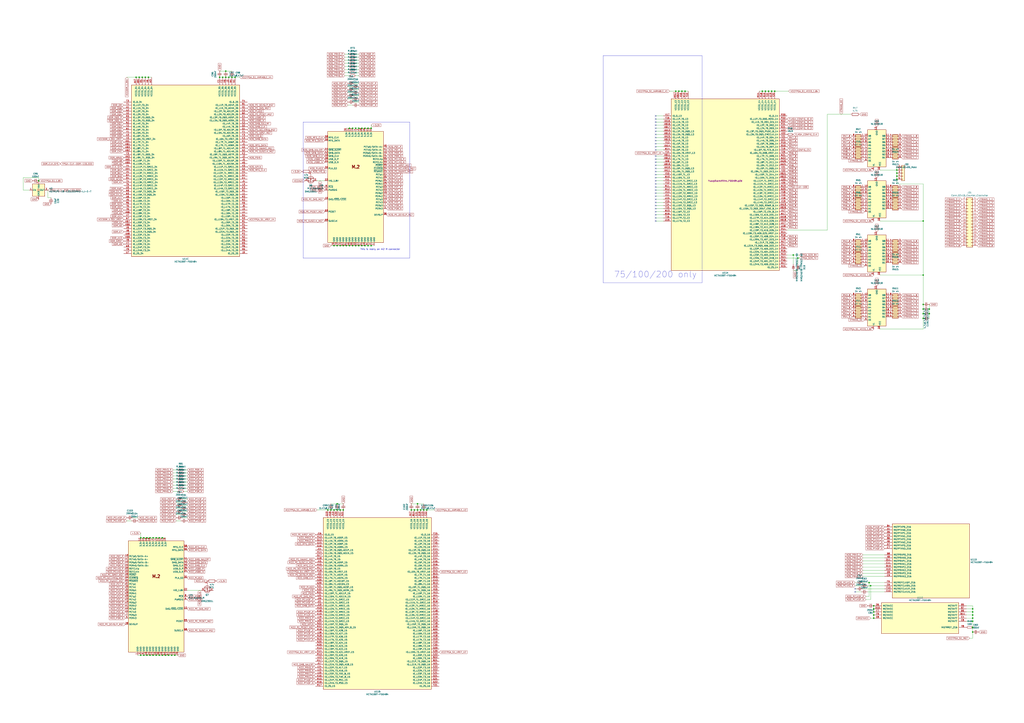
<source format=kicad_sch>
(kicad_sch (version 20200828) (generator eeschema)
  (page 5 8)
  (paper "A1")
  (junction (at 31.75 148.59) (diameter 1.016))
  (junction (at 111.76 63.5) (diameter 1.016))
  (junction (at 114.3 63.5) (diameter 1.016))
  (junction (at 115.57 441.96) (diameter 1.016))
  (junction (at 115.57 538.48) (diameter 1.016))
  (junction (at 116.84 63.5) (diameter 1.016))
  (junction (at 118.11 441.96) (diameter 1.016))
  (junction (at 118.11 538.48) (diameter 1.016))
  (junction (at 119.38 63.5) (diameter 1.016))
  (junction (at 120.65 441.96) (diameter 1.016))
  (junction (at 120.65 538.48) (diameter 1.016))
  (junction (at 121.92 63.5) (diameter 1.016))
  (junction (at 123.19 441.96) (diameter 1.016))
  (junction (at 123.19 538.48) (diameter 1.016))
  (junction (at 125.73 441.96) (diameter 1.016))
  (junction (at 125.73 538.48) (diameter 1.016))
  (junction (at 128.27 441.96) (diameter 1.016))
  (junction (at 128.27 538.48) (diameter 1.016))
  (junction (at 130.81 441.96) (diameter 1.016))
  (junction (at 130.81 538.48) (diameter 1.016))
  (junction (at 133.35 441.96) (diameter 1.016))
  (junction (at 133.35 538.48) (diameter 1.016))
  (junction (at 135.89 538.48) (diameter 1.016))
  (junction (at 138.43 538.48) (diameter 1.016))
  (junction (at 140.97 538.48) (diameter 1.016))
  (junction (at 143.51 538.48) (diameter 1.016))
  (junction (at 180.34 63.5) (diameter 1.016))
  (junction (at 182.88 63.5) (diameter 1.016))
  (junction (at 185.42 58.42) (diameter 1.016))
  (junction (at 185.42 63.5) (diameter 1.016))
  (junction (at 187.96 63.5) (diameter 1.016))
  (junction (at 190.5 63.5) (diameter 1.016))
  (junction (at 193.04 63.5) (diameter 1.016))
  (junction (at 269.24 419.1) (diameter 1.016))
  (junction (at 271.78 419.1) (diameter 1.016))
  (junction (at 274.32 201.93) (diameter 1.016))
  (junction (at 274.32 419.1) (diameter 1.016))
  (junction (at 276.86 201.93) (diameter 1.016))
  (junction (at 276.86 414.02) (diameter 1.016))
  (junction (at 276.86 419.1) (diameter 1.016))
  (junction (at 279.4 201.93) (diameter 1.016))
  (junction (at 279.4 419.1) (diameter 1.016))
  (junction (at 281.94 201.93) (diameter 1.016))
  (junction (at 281.94 419.1) (diameter 1.016))
  (junction (at 284.48 201.93) (diameter 1.016))
  (junction (at 287.02 105.41) (diameter 1.016))
  (junction (at 287.02 201.93) (diameter 1.016))
  (junction (at 289.56 105.41) (diameter 1.016))
  (junction (at 289.56 201.93) (diameter 1.016))
  (junction (at 292.1 105.41) (diameter 1.016))
  (junction (at 292.1 201.93) (diameter 1.016))
  (junction (at 294.64 105.41) (diameter 1.016))
  (junction (at 294.64 201.93) (diameter 1.016))
  (junction (at 297.18 105.41) (diameter 1.016))
  (junction (at 297.18 201.93) (diameter 1.016))
  (junction (at 299.72 105.41) (diameter 1.016))
  (junction (at 299.72 201.93) (diameter 1.016))
  (junction (at 302.26 105.41) (diameter 1.016))
  (junction (at 302.26 201.93) (diameter 1.016))
  (junction (at 304.8 105.41) (diameter 1.016))
  (junction (at 304.8 201.93) (diameter 1.016))
  (junction (at 337.82 419.1) (diameter 1.016))
  (junction (at 340.36 419.1) (diameter 1.016))
  (junction (at 342.9 414.02) (diameter 1.016))
  (junction (at 342.9 419.1) (diameter 1.016))
  (junction (at 345.44 419.1) (diameter 1.016))
  (junction (at 347.98 419.1) (diameter 1.016))
  (junction (at 350.52 419.1) (diameter 1.016))
  (junction (at 554.99 74.93) (diameter 1.016))
  (junction (at 557.53 74.93) (diameter 1.016))
  (junction (at 560.07 74.93) (diameter 1.016))
  (junction (at 562.61 74.93) (diameter 1.016))
  (junction (at 626.11 74.93) (diameter 1.016))
  (junction (at 628.65 74.93) (diameter 1.016))
  (junction (at 631.19 74.93) (diameter 1.016))
  (junction (at 633.73 74.93) (diameter 1.016))
  (junction (at 636.27 74.93) (diameter 1.016))
  (junction (at 651.51 209.55) (diameter 1.016))
  (junction (at 655.32 212.09) (diameter 1.016))
  (junction (at 713.74 478.79) (diameter 1.016))
  (junction (at 715.01 481.33) (diameter 1.016))
  (junction (at 717.55 497.84) (diameter 1.016))
  (junction (at 717.55 500.38) (diameter 1.016))
  (junction (at 717.55 502.92) (diameter 1.016))
  (junction (at 717.55 505.46) (diameter 1.016))
  (junction (at 717.55 508) (diameter 1.016))
  (junction (at 736.6 139.7) (diameter 1.016))
  (junction (at 736.6 142.24) (diameter 1.016))
  (junction (at 736.6 144.78) (diameter 1.016))
  (junction (at 736.6 147.32) (diameter 1.016))
  (junction (at 758.19 181.61) (diameter 1.016))
  (junction (at 758.19 226.06) (diameter 1.016))
  (junction (at 758.19 250.19) (diameter 1.016))
  (junction (at 758.19 254) (diameter 1.016))
  (junction (at 758.19 257.81) (diameter 1.016))
  (junction (at 758.19 261.62) (diameter 1.016))
  (junction (at 763.27 254) (diameter 1.016))
  (junction (at 763.27 257.81) (diameter 1.016))
  (junction (at 798.83 500.38) (diameter 1.016))
  (junction (at 798.83 502.92) (diameter 1.016))
  (junction (at 798.83 505.46) (diameter 1.016))
  (junction (at 798.83 508) (diameter 1.016))
  (junction (at 798.83 510.54) (diameter 1.016))
  (junction (at 798.83 515.62) (diameter 1.016))
  (junction (at 798.83 519.43) (diameter 1.016))
  (no_connect (at 538.48 161.29))
  (no_connect (at 538.48 151.13))
  (no_connect (at 538.48 143.51))
  (no_connect (at 538.48 176.53))
  (no_connect (at 538.48 135.89))
  (no_connect (at 538.48 105.41))
  (no_connect (at 538.48 113.03))
  (no_connect (at 538.48 133.35))
  (no_connect (at 538.48 148.59))
  (no_connect (at 538.48 102.87))
  (no_connect (at 538.48 97.79))
  (no_connect (at 702.31 486.41))
  (no_connect (at 538.48 166.37))
  (no_connect (at 538.48 163.83))
  (no_connect (at 538.48 118.11))
  (no_connect (at 538.48 179.07))
  (no_connect (at 538.48 107.95))
  (no_connect (at 538.48 120.65))
  (no_connect (at 538.48 140.97))
  (no_connect (at 538.48 130.81))
  (no_connect (at 538.48 173.99))
  (no_connect (at 538.48 95.25))
  (no_connect (at 538.48 100.33))
  (no_connect (at 538.48 123.19))
  (no_connect (at 702.31 483.87))
  (no_connect (at 538.48 171.45))
  (no_connect (at 538.48 110.49))
  (no_connect (at 538.48 168.91))
  (no_connect (at 538.48 158.75))
  (no_connect (at 538.48 138.43))
  (no_connect (at 538.48 181.61))
  (no_connect (at 538.48 146.05))
  (no_connect (at 538.48 153.67))
  (no_connect (at 538.48 115.57))
  (no_connect (at 538.48 156.21))
  (no_connect (at 538.48 128.27))
  (wire (pts (xy 19.05 146.05) (xy 31.75 146.05)))
  (wire (pts (xy 19.05 156.21) (xy 19.05 146.05)))
  (wire (pts (xy 24.13 156.21) (xy 19.05 156.21)))
  (wire (pts (xy 31.75 146.05) (xy 31.75 148.59)))
  (wire (pts (xy 39.37 156.21) (xy 39.37 162.56)))
  (wire (pts (xy 39.37 162.56) (xy 41.91 162.56)))
  (wire (pts (xy 104.14 63.5) (xy 111.76 63.5)))
  (wire (pts (xy 104.14 427.99) (xy 107.95 427.99)))
  (wire (pts (xy 109.22 425.45) (xy 113.03 425.45)))
  (wire (pts (xy 111.76 63.5) (xy 114.3 63.5)))
  (wire (pts (xy 114.3 63.5) (xy 116.84 63.5)))
  (wire (pts (xy 115.57 438.15) (xy 115.57 441.96)))
  (wire (pts (xy 115.57 538.48) (xy 113.03 538.48)))
  (wire (pts (xy 116.84 63.5) (xy 119.38 63.5)))
  (wire (pts (xy 118.11 441.96) (xy 115.57 441.96)))
  (wire (pts (xy 118.11 538.48) (xy 115.57 538.48)))
  (wire (pts (xy 119.38 63.5) (xy 121.92 63.5)))
  (wire (pts (xy 120.65 441.96) (xy 118.11 441.96)))
  (wire (pts (xy 120.65 538.48) (xy 118.11 538.48)))
  (wire (pts (xy 121.92 63.5) (xy 124.46 63.5)))
  (wire (pts (xy 123.19 441.96) (xy 120.65 441.96)))
  (wire (pts (xy 123.19 538.48) (xy 120.65 538.48)))
  (wire (pts (xy 125.73 441.96) (xy 123.19 441.96)))
  (wire (pts (xy 125.73 538.48) (xy 123.19 538.48)))
  (wire (pts (xy 128.27 441.96) (xy 125.73 441.96)))
  (wire (pts (xy 128.27 538.48) (xy 125.73 538.48)))
  (wire (pts (xy 130.81 441.96) (xy 128.27 441.96)))
  (wire (pts (xy 130.81 538.48) (xy 128.27 538.48)))
  (wire (pts (xy 133.35 441.96) (xy 130.81 441.96)))
  (wire (pts (xy 133.35 538.48) (xy 130.81 538.48)))
  (wire (pts (xy 135.89 441.96) (xy 133.35 441.96)))
  (wire (pts (xy 135.89 538.48) (xy 133.35 538.48)))
  (wire (pts (xy 138.43 538.48) (xy 135.89 538.48)))
  (wire (pts (xy 140.97 538.48) (xy 138.43 538.48)))
  (wire (pts (xy 142.24 386.08) (xy 146.05 386.08)))
  (wire (pts (xy 142.24 388.62) (xy 146.05 388.62)))
  (wire (pts (xy 142.24 391.16) (xy 146.05 391.16)))
  (wire (pts (xy 142.24 393.7) (xy 146.05 393.7)))
  (wire (pts (xy 142.24 396.24) (xy 146.05 396.24)))
  (wire (pts (xy 142.24 398.78) (xy 146.05 398.78)))
  (wire (pts (xy 142.24 401.32) (xy 146.05 401.32)))
  (wire (pts (xy 142.24 403.86) (xy 146.05 403.86)))
  (wire (pts (xy 143.51 538.48) (xy 140.97 538.48)))
  (wire (pts (xy 144.78 412.75) (xy 148.59 412.75)))
  (wire (pts (xy 144.78 417.83) (xy 148.59 417.83)))
  (wire (pts (xy 144.78 422.91) (xy 148.59 422.91)))
  (wire (pts (xy 144.78 427.99) (xy 148.59 427.99)))
  (wire (pts (xy 146.05 538.48) (xy 143.51 538.48)))
  (wire (pts (xy 149.86 410.21) (xy 153.67 410.21)))
  (wire (pts (xy 149.86 415.29) (xy 153.67 415.29)))
  (wire (pts (xy 149.86 420.37) (xy 153.67 420.37)))
  (wire (pts (xy 149.86 425.45) (xy 153.67 425.45)))
  (wire (pts (xy 151.13 386.08) (xy 153.67 386.08)))
  (wire (pts (xy 151.13 388.62) (xy 153.67 388.62)))
  (wire (pts (xy 151.13 391.16) (xy 153.67 391.16)))
  (wire (pts (xy 151.13 393.7) (xy 153.67 393.7)))
  (wire (pts (xy 151.13 396.24) (xy 153.67 396.24)))
  (wire (pts (xy 151.13 398.78) (xy 153.67 398.78)))
  (wire (pts (xy 151.13 401.32) (xy 153.67 401.32)))
  (wire (pts (xy 151.13 403.86) (xy 153.67 403.86)))
  (wire (pts (xy 153.67 485.14) (xy 165.1 485.14)))
  (wire (pts (xy 180.34 58.42) (xy 185.42 58.42)))
  (wire (pts (xy 180.34 63.5) (xy 182.88 63.5)))
  (wire (pts (xy 182.88 63.5) (xy 185.42 63.5)))
  (wire (pts (xy 185.42 58.42) (xy 190.5 58.42)))
  (wire (pts (xy 185.42 63.5) (xy 187.96 63.5)))
  (wire (pts (xy 187.96 63.5) (xy 190.5 63.5)))
  (wire (pts (xy 190.5 63.5) (xy 193.04 63.5)))
  (wire (pts (xy 193.04 63.5) (xy 196.85 63.5)))
  (wire (pts (xy 260.35 148.59) (xy 266.7 148.59)))
  (wire (pts (xy 260.35 419.1) (xy 269.24 419.1)))
  (wire (pts (xy 269.24 419.1) (xy 271.78 419.1)))
  (wire (pts (xy 271.78 419.1) (xy 274.32 419.1)))
  (wire (pts (xy 274.32 201.93) (xy 271.78 201.93)))
  (wire (pts (xy 274.32 419.1) (xy 276.86 419.1)))
  (wire (pts (xy 276.86 201.93) (xy 274.32 201.93)))
  (wire (pts (xy 276.86 414.02) (xy 271.78 414.02)))
  (wire (pts (xy 276.86 419.1) (xy 279.4 419.1)))
  (wire (pts (xy 279.4 201.93) (xy 276.86 201.93)))
  (wire (pts (xy 279.4 419.1) (xy 281.94 419.1)))
  (wire (pts (xy 281.94 201.93) (xy 279.4 201.93)))
  (wire (pts (xy 281.94 414.02) (xy 276.86 414.02)))
  (wire (pts (xy 283.21 44.45) (xy 287.02 44.45)))
  (wire (pts (xy 283.21 46.99) (xy 287.02 46.99)))
  (wire (pts (xy 283.21 49.53) (xy 287.02 49.53)))
  (wire (pts (xy 283.21 52.07) (xy 287.02 52.07)))
  (wire (pts (xy 283.21 54.61) (xy 287.02 54.61)))
  (wire (pts (xy 283.21 57.15) (xy 287.02 57.15)))
  (wire (pts (xy 283.21 59.69) (xy 287.02 59.69)))
  (wire (pts (xy 283.21 62.23) (xy 287.02 62.23)))
  (wire (pts (xy 284.48 201.93) (xy 281.94 201.93)))
  (wire (pts (xy 285.75 71.12) (xy 289.56 71.12)))
  (wire (pts (xy 285.75 76.2) (xy 289.56 76.2)))
  (wire (pts (xy 285.75 81.28) (xy 289.56 81.28)))
  (wire (pts (xy 285.75 86.36) (xy 289.56 86.36)))
  (wire (pts (xy 287.02 105.41) (xy 284.48 105.41)))
  (wire (pts (xy 287.02 201.93) (xy 284.48 201.93)))
  (wire (pts (xy 289.56 105.41) (xy 287.02 105.41)))
  (wire (pts (xy 289.56 201.93) (xy 287.02 201.93)))
  (wire (pts (xy 290.83 68.58) (xy 294.64 68.58)))
  (wire (pts (xy 290.83 73.66) (xy 294.64 73.66)))
  (wire (pts (xy 290.83 78.74) (xy 294.64 78.74)))
  (wire (pts (xy 290.83 83.82) (xy 294.64 83.82)))
  (wire (pts (xy 292.1 44.45) (xy 294.64 44.45)))
  (wire (pts (xy 292.1 46.99) (xy 294.64 46.99)))
  (wire (pts (xy 292.1 49.53) (xy 294.64 49.53)))
  (wire (pts (xy 292.1 52.07) (xy 294.64 52.07)))
  (wire (pts (xy 292.1 54.61) (xy 294.64 54.61)))
  (wire (pts (xy 292.1 57.15) (xy 294.64 57.15)))
  (wire (pts (xy 292.1 59.69) (xy 294.64 59.69)))
  (wire (pts (xy 292.1 62.23) (xy 294.64 62.23)))
  (wire (pts (xy 292.1 105.41) (xy 289.56 105.41)))
  (wire (pts (xy 292.1 201.93) (xy 289.56 201.93)))
  (wire (pts (xy 294.64 105.41) (xy 292.1 105.41)))
  (wire (pts (xy 294.64 201.93) (xy 292.1 201.93)))
  (wire (pts (xy 297.18 105.41) (xy 294.64 105.41)))
  (wire (pts (xy 297.18 201.93) (xy 294.64 201.93)))
  (wire (pts (xy 299.72 105.41) (xy 297.18 105.41)))
  (wire (pts (xy 299.72 201.93) (xy 297.18 201.93)))
  (wire (pts (xy 302.26 105.41) (xy 299.72 105.41)))
  (wire (pts (xy 302.26 201.93) (xy 299.72 201.93)))
  (wire (pts (xy 304.8 102.87) (xy 304.8 105.41)))
  (wire (pts (xy 304.8 105.41) (xy 302.26 105.41)))
  (wire (pts (xy 304.8 201.93) (xy 302.26 201.93)))
  (wire (pts (xy 307.34 201.93) (xy 304.8 201.93)))
  (wire (pts (xy 337.82 414.02) (xy 342.9 414.02)))
  (wire (pts (xy 337.82 419.1) (xy 340.36 419.1)))
  (wire (pts (xy 340.36 419.1) (xy 342.9 419.1)))
  (wire (pts (xy 342.9 414.02) (xy 347.98 414.02)))
  (wire (pts (xy 342.9 419.1) (xy 345.44 419.1)))
  (wire (pts (xy 345.44 419.1) (xy 347.98 419.1)))
  (wire (pts (xy 347.98 419.1) (xy 350.52 419.1)))
  (wire (pts (xy 350.52 419.1) (xy 356.87 419.1)))
  (wire (pts (xy 538.48 95.25) (xy 544.83 95.25)))
  (wire (pts (xy 538.48 97.79) (xy 544.83 97.79)))
  (wire (pts (xy 538.48 100.33) (xy 544.83 100.33)))
  (wire (pts (xy 538.48 102.87) (xy 544.83 102.87)))
  (wire (pts (xy 538.48 105.41) (xy 544.83 105.41)))
  (wire (pts (xy 538.48 107.95) (xy 544.83 107.95)))
  (wire (pts (xy 538.48 110.49) (xy 544.83 110.49)))
  (wire (pts (xy 538.48 113.03) (xy 544.83 113.03)))
  (wire (pts (xy 538.48 115.57) (xy 544.83 115.57)))
  (wire (pts (xy 538.48 118.11) (xy 544.83 118.11)))
  (wire (pts (xy 538.48 120.65) (xy 544.83 120.65)))
  (wire (pts (xy 538.48 123.19) (xy 544.83 123.19)))
  (wire (pts (xy 538.48 128.27) (xy 544.83 128.27)))
  (wire (pts (xy 538.48 130.81) (xy 544.83 130.81)))
  (wire (pts (xy 538.48 133.35) (xy 544.83 133.35)))
  (wire (pts (xy 538.48 135.89) (xy 544.83 135.89)))
  (wire (pts (xy 538.48 138.43) (xy 544.83 138.43)))
  (wire (pts (xy 538.48 140.97) (xy 544.83 140.97)))
  (wire (pts (xy 538.48 143.51) (xy 544.83 143.51)))
  (wire (pts (xy 538.48 146.05) (xy 544.83 146.05)))
  (wire (pts (xy 538.48 148.59) (xy 544.83 148.59)))
  (wire (pts (xy 538.48 151.13) (xy 544.83 151.13)))
  (wire (pts (xy 538.48 153.67) (xy 544.83 153.67)))
  (wire (pts (xy 538.48 156.21) (xy 544.83 156.21)))
  (wire (pts (xy 538.48 158.75) (xy 544.83 158.75)))
  (wire (pts (xy 538.48 161.29) (xy 544.83 161.29)))
  (wire (pts (xy 538.48 163.83) (xy 544.83 163.83)))
  (wire (pts (xy 538.48 166.37) (xy 544.83 166.37)))
  (wire (pts (xy 538.48 168.91) (xy 544.83 168.91)))
  (wire (pts (xy 538.48 171.45) (xy 544.83 171.45)))
  (wire (pts (xy 538.48 173.99) (xy 544.83 173.99)))
  (wire (pts (xy 538.48 176.53) (xy 544.83 176.53)))
  (wire (pts (xy 538.48 179.07) (xy 544.83 179.07)))
  (wire (pts (xy 538.48 181.61) (xy 544.83 181.61)))
  (wire (pts (xy 549.91 74.93) (xy 554.99 74.93)))
  (wire (pts (xy 554.99 74.93) (xy 557.53 74.93)))
  (wire (pts (xy 557.53 74.93) (xy 560.07 74.93)))
  (wire (pts (xy 560.07 74.93) (xy 562.61 74.93)))
  (wire (pts (xy 562.61 74.93) (xy 565.15 74.93)))
  (wire (pts (xy 623.57 74.93) (xy 626.11 74.93)))
  (wire (pts (xy 626.11 74.93) (xy 628.65 74.93)))
  (wire (pts (xy 628.65 74.93) (xy 631.19 74.93)))
  (wire (pts (xy 631.19 74.93) (xy 633.73 74.93)))
  (wire (pts (xy 633.73 74.93) (xy 636.27 74.93)))
  (wire (pts (xy 636.27 74.93) (xy 647.7 74.93)))
  (wire (pts (xy 646.43 209.55) (xy 651.51 209.55)))
  (wire (pts (xy 646.43 212.09) (xy 655.32 212.09)))
  (wire (pts (xy 651.51 209.55) (xy 656.59 209.55)))
  (wire (pts (xy 651.51 217.17) (xy 651.51 209.55)))
  (wire (pts (xy 651.51 222.25) (xy 655.32 222.25)))
  (wire (pts (xy 655.32 212.09) (xy 655.32 217.17)))
  (wire (pts (xy 655.32 212.09) (xy 656.59 212.09)))
  (wire (pts (xy 679.45 93.98) (xy 679.45 189.23)))
  (wire (pts (xy 679.45 93.98) (xy 698.5 93.98)))
  (wire (pts (xy 679.45 189.23) (xy 646.43 189.23)))
  (wire (pts (xy 702.31 478.79) (xy 703.58 478.79)))
  (wire (pts (xy 702.31 481.33) (xy 707.39 481.33)))
  (wire (pts (xy 702.31 483.87) (xy 703.58 483.87)))
  (wire (pts (xy 702.31 486.41) (xy 707.39 486.41)))
  (wire (pts (xy 708.66 455.93) (xy 726.44 455.93)))
  (wire (pts (xy 708.66 458.47) (xy 726.44 458.47)))
  (wire (pts (xy 708.66 461.01) (xy 726.44 461.01)))
  (wire (pts (xy 708.66 463.55) (xy 726.44 463.55)))
  (wire (pts (xy 708.66 466.09) (xy 726.44 466.09)))
  (wire (pts (xy 708.66 468.63) (xy 726.44 468.63)))
  (wire (pts (xy 708.66 471.17) (xy 726.44 471.17)))
  (wire (pts (xy 708.66 473.71) (xy 726.44 473.71)))
  (wire (pts (xy 708.66 478.79) (xy 713.74 478.79)))
  (wire (pts (xy 708.66 483.87) (xy 726.44 483.87)))
  (wire (pts (xy 711.2 490.22) (xy 713.74 490.22)))
  (wire (pts (xy 711.2 492.76) (xy 715.01 492.76)))
  (wire (pts (xy 712.47 481.33) (xy 715.01 481.33)))
  (wire (pts (xy 712.47 486.41) (xy 726.44 486.41)))
  (wire (pts (xy 713.74 478.79) (xy 726.44 478.79)))
  (wire (pts (xy 713.74 490.22) (xy 713.74 478.79)))
  (wire (pts (xy 715.01 481.33) (xy 715.01 492.76)))
  (wire (pts (xy 715.01 481.33) (xy 726.44 481.33)))
  (wire (pts (xy 715.01 508) (xy 717.55 508)))
  (wire (pts (xy 717.55 497.84) (xy 717.55 500.38)))
  (wire (pts (xy 717.55 500.38) (xy 717.55 502.92)))
  (wire (pts (xy 717.55 502.92) (xy 717.55 505.46)))
  (wire (pts (xy 717.55 505.46) (xy 717.55 508)))
  (wire (pts (xy 722.63 226.06) (xy 758.19 226.06)))
  (wire (pts (xy 722.63 270.51) (xy 758.19 270.51)))
  (wire (pts (xy 736.6 137.16) (xy 736.6 139.7)))
  (wire (pts (xy 736.6 139.7) (xy 722.63 139.7)))
  (wire (pts (xy 736.6 139.7) (xy 736.6 142.24)))
  (wire (pts (xy 736.6 142.24) (xy 736.6 144.78)))
  (wire (pts (xy 736.6 144.78) (xy 736.6 147.32)))
  (wire (pts (xy 736.6 151.13) (xy 736.6 147.32)))
  (wire (pts (xy 758.19 151.13) (xy 736.6 151.13)))
  (wire (pts (xy 758.19 181.61) (xy 722.63 181.61)))
  (wire (pts (xy 758.19 181.61) (xy 758.19 151.13)))
  (wire (pts (xy 758.19 181.61) (xy 758.19 226.06)))
  (wire (pts (xy 758.19 250.19) (xy 758.19 226.06)))
  (wire (pts (xy 758.19 254) (xy 758.19 250.19)))
  (wire (pts (xy 758.19 257.81) (xy 758.19 254)))
  (wire (pts (xy 758.19 261.62) (xy 758.19 257.81)))
  (wire (pts (xy 758.19 270.51) (xy 758.19 261.62)))
  (wire (pts (xy 763.27 250.19) (xy 763.27 254)))
  (wire (pts (xy 763.27 254) (xy 763.27 257.81)))
  (wire (pts (xy 763.27 257.81) (xy 763.27 261.62)))
  (wire (pts (xy 793.75 500.38) (xy 798.83 500.38)))
  (wire (pts (xy 793.75 502.92) (xy 798.83 502.92)))
  (wire (pts (xy 793.75 505.46) (xy 798.83 505.46)))
  (wire (pts (xy 793.75 508) (xy 798.83 508)))
  (wire (pts (xy 793.75 510.54) (xy 798.83 510.54)))
  (wire (pts (xy 796.29 524.51) (xy 798.83 524.51)))
  (wire (pts (xy 798.83 497.84) (xy 793.75 497.84)))
  (wire (pts (xy 798.83 500.38) (xy 798.83 497.84)))
  (wire (pts (xy 798.83 502.92) (xy 798.83 500.38)))
  (wire (pts (xy 798.83 505.46) (xy 798.83 502.92)))
  (wire (pts (xy 798.83 508) (xy 798.83 505.46)))
  (wire (pts (xy 798.83 510.54) (xy 798.83 508)))
  (wire (pts (xy 798.83 515.62) (xy 798.83 510.54)))
  (wire (pts (xy 798.83 519.43) (xy 798.83 515.62)))
  (wire (pts (xy 798.83 524.51) (xy 798.83 519.43)))
  (polyline (pts (xy 248.92 100.33) (xy 336.55 100.33)) (stroke (width 0) (type solid)))
  (polyline (pts (xy 248.92 212.09) (xy 248.92 100.33)) (stroke (width 0) (type solid)))
  (polyline (pts (xy 336.55 100.33) (xy 336.55 212.09)) (stroke (width 0) (type solid)))
  (polyline (pts (xy 336.55 212.09) (xy 248.92 212.09)) (stroke (width 0) (type solid)))
  (polyline (pts (xy 495.3 45.72) (xy 576.58 45.72)) (stroke (width 0) (type solid)))
  (polyline (pts (xy 495.3 232.41) (xy 495.3 45.72)) (stroke (width 0) (type solid)))
  (polyline (pts (xy 576.58 45.72) (xy 576.58 232.41)) (stroke (width 0) (type solid)))
  (polyline (pts (xy 576.58 232.41) (xy 495.3 232.41)) (stroke (width 0) (type solid)))
  (text "This is really an m2 M connecter" (at 295.91 205.74 0) (effects (font (size 1.27 1.27)) (justify left bottom)))
  (text "75/100/200 only" (at 504.19 228.6 0) (effects (font (size 5.0038 5.0038)) (justify left bottom)))
  (global_label "GND" (shape input) (at 26.67 148.59 180))
  (global_label "VCCFPGA_S1_1.8V" (shape input) (at 31.75 148.59 0))
  (global_label "GND" (shape input) (at 31.75 163.83 180))
  (global_label "FPGA-CLK-DDR-133.333" (shape input) (at 39.37 156.21 0))
  (global_label "GND" (shape input) (at 41.91 167.64 180))
  (global_label "DDR_CLK_SYS" (shape input) (at 49.53 134.62 180))
  (global_label "FPGA-CLK-DDR-133.333" (shape input) (at 49.53 134.62 0))
  (global_label "DDR_DM" (shape input) (at 101.6 86.36 180))
  (global_label "DDR_DQ6" (shape input) (at 101.6 88.9 180))
  (global_label "DDR_DQ2" (shape input) (at 101.6 91.44 180))
  (global_label "DDR_DQ4" (shape input) (at 101.6 93.98 180))
  (global_label "DDR_DQS_P" (shape input) (at 101.6 96.52 180))
  (global_label "DDR_DQS_N" (shape input) (at 101.6 99.06 180))
  (global_label "DDR_DQ7" (shape input) (at 101.6 101.6 180))
  (global_label "DDR_DQ3" (shape input) (at 101.6 104.14 180))
  (global_label "DDR_DQ1" (shape input) (at 101.6 106.68 180))
  (global_label "DDR_DQ5" (shape input) (at 101.6 109.22 180))
  (global_label "DDR_DQ0" (shape input) (at 101.6 111.76 180))
  (global_label "VCCDDR_1.35V_VREF" (shape input) (at 101.6 114.3 180))
  (global_label "DDR_A10" (shape input) (at 101.6 116.84 180))
  (global_label "DDR_A15" (shape input) (at 101.6 119.38 180))
  (global_label "DDR_A12" (shape input) (at 101.6 121.92 180))
  (global_label "DDR_CKE" (shape input) (at 101.6 124.46 180))
  (global_label "DDR_NRAS" (shape input) (at 101.6 129.54 180))
  (global_label "DDR_A8" (shape input) (at 101.6 132.08 180))
  (global_label "DDR_A6" (shape input) (at 101.6 134.62 180))
  (global_label "DDR_CLK_SYS" (shape input) (at 101.6 137.16 180))
  (global_label "DDR_BA2" (shape input) (at 101.6 139.7 180))
  (global_label "DDR_BA1" (shape input) (at 101.6 142.24 180))
  (global_label "DDR_BA0" (shape input) (at 101.6 144.78 180))
  (global_label "DDR_NCAS" (shape input) (at 101.6 147.32 180))
  (global_label "DDR_A1" (shape input) (at 101.6 149.86 180))
  (global_label "DDR_NWE" (shape input) (at 101.6 154.94 180))
  (global_label "DDR_CK_P" (shape input) (at 101.6 157.48 180))
  (global_label "DDR_CK_N" (shape input) (at 101.6 160.02 180))
  (global_label "DDR_A11" (shape input) (at 101.6 162.56 180))
  (global_label "DDR_A4" (shape input) (at 101.6 165.1 180))
  (global_label "DDR_NCS" (shape input) (at 101.6 167.64 180))
  (global_label "DDR_ODT" (shape input) (at 101.6 170.18 180))
  (global_label "DDR_A3" (shape input) (at 101.6 172.72 180))
  (global_label "DDR_A5" (shape input) (at 101.6 175.26 180))
  (global_label "DDR_A14" (shape input) (at 101.6 177.8 180))
  (global_label "VCCDDR_1.35V_VREF" (shape input) (at 101.6 180.34 180))
  (global_label "DDR_A2" (shape input) (at 101.6 182.88 180))
  (global_label "DDR_A0" (shape input) (at 101.6 185.42 180))
  (global_label "DDR_A7" (shape input) (at 101.6 190.5 180))
  (global_label "DDR_A13" (shape input) (at 101.6 195.58 180))
  (global_label "DDR_NRST" (shape input) (at 101.6 198.12 180))
  (global_label "DDR_A9" (shape input) (at 101.6 200.66 180))
  (global_label "M22_P0T_P" (shape input) (at 102.87 457.2 180))
  (global_label "M22_P0T_N" (shape input) (at 102.87 459.74 180))
  (global_label "M22_P0R_P" (shape input) (at 102.87 462.28 180))
  (global_label "M22_P0R_N" (shape input) (at 102.87 464.82 180))
  (global_label "M22_PCLK0_P" (shape input) (at 102.87 467.36 180))
  (global_label "M22_PCLK0_N" (shape input) (at 102.87 469.9 180))
  (global_label "M22_PE_NRST_MGT" (shape input) (at 102.87 472.44 180))
  (global_label "M22_PE_NCLKREQ_MGT" (shape input) (at 102.87 474.98 180))
  (global_label "M22_PE_NWAKE_MGT" (shape input) (at 102.87 477.52 180))
  (global_label "M22_P1T_P" (shape input) (at 102.87 480.06 180))
  (global_label "M22_P1T_N" (shape input) (at 102.87 482.6 180))
  (global_label "M22_P1R_P" (shape input) (at 102.87 485.14 180))
  (global_label "M22_P1R_N" (shape input) (at 102.87 487.68 180))
  (global_label "M22_P2T_P" (shape input) (at 102.87 490.22 180))
  (global_label "M22_P2T_N" (shape input) (at 102.87 492.76 180))
  (global_label "M22_P2R_P" (shape input) (at 102.87 495.3 180))
  (global_label "M22_P2R_N" (shape input) (at 102.87 497.84 180))
  (global_label "M22_P3T_P" (shape input) (at 102.87 500.38 180))
  (global_label "M22_P3T_N" (shape input) (at 102.87 502.92 180))
  (global_label "M22_P3R_P" (shape input) (at 102.87 505.46 180))
  (global_label "M22_P3R_N" (shape input) (at 102.87 508 180))
  (global_label "M22_PE_DEVSLP_MGT" (shape input) (at 102.87 513.08 180))
  (global_label "VCCDDR_1.35V" (shape input) (at 104.14 63.5 270))
  (global_label "M22_PCLK0F_P" (shape input) (at 104.14 425.45 180))
  (global_label "M22_PCLK0F_N" (shape input) (at 104.14 427.99 180))
  (global_label "M22_PCLK0_P" (shape input) (at 113.03 425.45 0))
  (global_label "M22_PCLK0_N" (shape input) (at 113.03 427.99 0))
  (global_label "+3.3V" (shape input) (at 115.57 438.15 180))
  (global_label "M22_PRX3_P" (shape input) (at 142.24 386.08 180))
  (global_label "M22_PRX3_N" (shape input) (at 142.24 388.62 180))
  (global_label "M22_PRX2_P" (shape input) (at 142.24 391.16 180))
  (global_label "M22_PRX2_N" (shape input) (at 142.24 393.7 180))
  (global_label "M22_PRX1_P" (shape input) (at 142.24 396.24 180))
  (global_label "M22_PRX1_N" (shape input) (at 142.24 398.78 180))
  (global_label "M22_PRX0_P" (shape input) (at 142.24 401.32 180))
  (global_label "M22_PRX0_N" (shape input) (at 142.24 403.86 180))
  (global_label "M22_P0T_P" (shape input) (at 144.78 410.21 180))
  (global_label "M22_P0T_N" (shape input) (at 144.78 412.75 180))
  (global_label "M22_P1T_P" (shape input) (at 144.78 415.29 180))
  (global_label "M22_P1T_N" (shape input) (at 144.78 417.83 180))
  (global_label "M22_P2T_P" (shape input) (at 144.78 420.37 180))
  (global_label "M22_P2T_N" (shape input) (at 144.78 422.91 180))
  (global_label "M22_P3T_P" (shape input) (at 144.78 425.45 180))
  (global_label "M22_P3T_N" (shape input) (at 144.78 427.99 180))
  (global_label "GND" (shape input) (at 146.05 538.48 0))
  (global_label "M22_P0R_P" (shape input) (at 153.67 386.08 0))
  (global_label "M22_P0R_N" (shape input) (at 153.67 388.62 0))
  (global_label "M22_P1R_P" (shape input) (at 153.67 391.16 0))
  (global_label "M22_P1R_N" (shape input) (at 153.67 393.7 0))
  (global_label "M22_P2R_P" (shape input) (at 153.67 396.24 0))
  (global_label "M22_P2R_N" (shape input) (at 153.67 398.78 0))
  (global_label "M22_P3R_P" (shape input) (at 153.67 401.32 0))
  (global_label "M22_P3R_N" (shape input) (at 153.67 403.86 0))
  (global_label "M22_PTX3F_P" (shape input) (at 153.67 410.21 0))
  (global_label "M22_PTX3F_N" (shape input) (at 153.67 412.75 0))
  (global_label "M22_PTX2F_P" (shape input) (at 153.67 415.29 0))
  (global_label "M22_PTX2F_N" (shape input) (at 153.67 417.83 0))
  (global_label "M22_PTX1F_P" (shape input) (at 153.67 420.37 0))
  (global_label "M22_PTX1F_N" (shape input) (at 153.67 422.91 0))
  (global_label "M22_PTX0F_P" (shape input) (at 153.67 425.45 0))
  (global_label "M22_PTX0F_N" (shape input) (at 153.67 427.99 0))
  (global_label "M22_MFG_CLK" (shape input) (at 153.67 449.58 0))
  (global_label "M22_MFG_DATA" (shape input) (at 153.67 452.12 0))
  (global_label "M22_SMB_NALERT" (shape input) (at 153.67 459.74 0))
  (global_label "M22_SMB_DATA" (shape input) (at 153.67 462.28 0))
  (global_label "M22_SMB_CLK" (shape input) (at 153.67 464.82 0))
  (global_label "M22_USBD_P" (shape input) (at 153.67 467.36 0))
  (global_label "M22_USBD_N" (shape input) (at 153.67 469.9 0))
  (global_label "M22_PLAS3" (shape input) (at 153.67 474.98 0))
  (global_label "M22_PDIS" (shape input) (at 153.67 490.22 0))
  (global_label "M22_NPLN" (shape input) (at 153.67 492.76 0))
  (global_label "M22_PE_DAS_MGT" (shape input) (at 153.67 500.38 0))
  (global_label "M22_PE_PEDET_MGT" (shape input) (at 153.67 510.54 0))
  (global_label "M22_PE_SUSCLK_MGT" (shape input) (at 153.67 518.16 0))
  (global_label "M22_VIO_Q" (shape input) (at 163.83 485.14 270))
  (global_label "M22_VIO" (shape input) (at 170.18 477.52 180))
  (global_label "+3.3V" (shape input) (at 177.8 477.52 0))
  (global_label "GND" (shape input) (at 180.34 58.42 90))
  (global_label "VCCFPGA_S1_VARIABLE_V4" (shape input) (at 196.85 63.5 0))
  (global_label "M20_PE_DEVSLP_MGT" (shape input) (at 203.2 86.36 0))
  (global_label "M20_PE_DAS_MGT" (shape input) (at 203.2 88.9 0))
  (global_label "M20_PLAS3" (shape input) (at 203.2 91.44 0))
  (global_label "M20_PE_PEDET_MGT" (shape input) (at 203.2 93.98 0))
  (global_label "M20_USBD_P" (shape input) (at 203.2 96.52 0))
  (global_label "M20_USBD_N" (shape input) (at 203.2 99.06 0))
  (global_label "M20_SMB_NALERT" (shape input) (at 203.2 101.6 0))
  (global_label "M20_SMB_CLK" (shape input) (at 203.2 104.14 0))
  (global_label "M20_PE_NCLKREQ_MGT" (shape input) (at 203.2 106.68 0))
  (global_label "M20_PE_NRST_MGT" (shape input) (at 203.2 109.22 0))
  (global_label "M20_VIO_Q" (shape input) (at 203.2 111.76 0))
  (global_label "M20_SMB_DATA" (shape input) (at 203.2 114.3 0))
  (global_label "M20_MFG_DATA" (shape input) (at 203.2 119.38 0))
  (global_label "M20_PE_NWAKE_MGT" (shape input) (at 203.2 121.92 0))
  (global_label "M20_PE_SUSCLK_MGT" (shape input) (at 203.2 124.46 0))
  (global_label "M20_PDIS" (shape input) (at 203.2 129.54 0))
  (global_label "M20_NPLN" (shape input) (at 203.2 137.16 0))
  (global_label "M20_MFG_CLK" (shape input) (at 203.2 139.7 0))
  (global_label "VCCFPGA_S1_VREF_V4" (shape input) (at 203.2 180.34 0))
  (global_label "+3.3V" (shape input) (at 247.65 140.97 180))
  (global_label "VCCAUX" (shape input) (at 250.19 148.59 180))
  (global_label "M20_VIO_Q" (shape input) (at 255.27 140.97 0))
  (global_label "M22_PE_NRST_MGT" (shape input) (at 259.08 439.42 180))
  (global_label "M22_PRX2_P" (shape input) (at 259.08 441.96 180))
  (global_label "M22_PRX2_N" (shape input) (at 259.08 444.5 180))
  (global_label "M22_MFG_DATA" (shape input) (at 259.08 447.04 180))
  (global_label "M22_PE_NWAKE_MGT" (shape input) (at 259.08 459.74 180))
  (global_label "M22_PE_SUSCLK_MGT" (shape input) (at 259.08 462.28 180))
  (global_label "M22_MFG_CLK" (shape input) (at 259.08 464.82 180))
  (global_label "M22_PE_NCLKREQ_MGT" (shape input) (at 259.08 467.36 180))
  (global_label "VCCFPGA_S1_VREF_V3" (shape input) (at 259.08 469.9 180))
  (global_label "M22_PE_DEVSLP_MGT" (shape input) (at 259.08 472.44 180))
  (global_label "M22_SMB_CLK" (shape input) (at 259.08 474.98 180))
  (global_label "M22_PLAS3" (shape input) (at 259.08 482.6 180))
  (global_label "M22_VIO" (shape input) (at 259.08 485.14 180))
  (global_label "M22_PDIS" (shape input) (at 259.08 487.68 180))
  (global_label "M22_PE_DAS_MGT" (shape input) (at 259.08 490.22 180))
  (global_label "M22_PCLK0F_P" (shape input) (at 259.08 492.76 180))
  (global_label "M22_PCLK0F_N" (shape input) (at 259.08 495.3 180))
  (global_label "M22_SMB_DATA" (shape input) (at 259.08 497.84 180))
  (global_label "M22_PTX2F_P" (shape input) (at 259.08 502.92 180))
  (global_label "M22_PTX2F_N" (shape input) (at 259.08 505.46 180))
  (global_label "M22_PRX3_P" (shape input) (at 259.08 508 180))
  (global_label "M22_PRX3_N" (shape input) (at 259.08 510.54 180))
  (global_label "M22_NPLN" (shape input) (at 259.08 513.08 180))
  (global_label "M22_PE_PEDET_MGT" (shape input) (at 259.08 515.62 180))
  (global_label "M22_PTX3F_P" (shape input) (at 259.08 518.16 180))
  (global_label "M22_PTX3F_N" (shape input) (at 259.08 520.7 180))
  (global_label "M22_PTX1F_P" (shape input) (at 259.08 523.24 180))
  (global_label "M22_PTX1F_N" (shape input) (at 259.08 525.78 180))
  (global_label "VCCFPGA_S1_VREF_V3" (shape input) (at 259.08 535.94 180))
  (global_label "M22_SMB_NALERT" (shape input) (at 259.08 546.1 180))
  (global_label "M22_PRX0_P" (shape input) (at 259.08 548.64 180))
  (global_label "M22_PRX0_N" (shape input) (at 259.08 551.18 180))
  (global_label "M22_PRX1_P" (shape input) (at 259.08 553.72 180))
  (global_label "M22_PRX1_N" (shape input) (at 259.08 556.26 180))
  (global_label "M22_PTX0F_P" (shape input) (at 259.08 558.8 180))
  (global_label "M22_PTX0F_N" (shape input) (at 259.08 561.34 180))
  (global_label "VCCFPGA_S1_VARIABLE_V3" (shape input) (at 260.35 419.1 180))
  (global_label "M20_VIO" (shape input) (at 262.89 148.59 270))
  (global_label "M20_MFG_CLK" (shape input) (at 266.7 113.03 180))
  (global_label "M20_MFG_DATA" (shape input) (at 266.7 115.57 180))
  (global_label "M20_SMB_NALERT" (shape input) (at 266.7 123.19 180))
  (global_label "M20_SMB_DATA" (shape input) (at 266.7 125.73 180))
  (global_label "M20_SMB_CLK" (shape input) (at 266.7 128.27 180))
  (global_label "M20_USBD_P" (shape input) (at 266.7 130.81 180))
  (global_label "M20_USBD_N" (shape input) (at 266.7 133.35 180))
  (global_label "M20_PLAS3" (shape input) (at 266.7 138.43 180))
  (global_label "M20_NPLN" (shape input) (at 266.7 153.67 180))
  (global_label "M20_PDIS" (shape input) (at 266.7 156.21 180))
  (global_label "M20_PE_DAS_MGT" (shape input) (at 266.7 163.83 180))
  (global_label "M20_PE_PEDET_MGT" (shape input) (at 266.7 173.99 180))
  (global_label "M20_PE_SUSCLK_MGT" (shape input) (at 266.7 181.61 180))
  (global_label "GND" (shape input) (at 271.78 201.93 180))
  (global_label "GND" (shape input) (at 281.94 414.02 90))
  (global_label "M20_PRX3_P" (shape input) (at 283.21 44.45 180))
  (global_label "M20_PRX3_N" (shape input) (at 283.21 46.99 180))
  (global_label "M20_PRX2_P" (shape input) (at 283.21 49.53 180))
  (global_label "M20_PRX2_N" (shape input) (at 283.21 52.07 180))
  (global_label "M20_PRX1_P" (shape input) (at 283.21 54.61 180))
  (global_label "M20_PRX1_N" (shape input) (at 283.21 57.15 180))
  (global_label "M20_PRX0_P" (shape input) (at 283.21 59.69 180))
  (global_label "M20_PRX0_N" (shape input) (at 283.21 62.23 180))
  (global_label "M20_P0T_P" (shape input) (at 285.75 68.58 180))
  (global_label "M20_P0T_N" (shape input) (at 285.75 71.12 180))
  (global_label "M20_P1T_P" (shape input) (at 285.75 73.66 180))
  (global_label "M20_P1T_N" (shape input) (at 285.75 76.2 180))
  (global_label "M20_P2T_P" (shape input) (at 285.75 78.74 180))
  (global_label "M20_P2T_N" (shape input) (at 285.75 81.28 180))
  (global_label "M20_P3T_P" (shape input) (at 285.75 83.82 180))
  (global_label "M20_P3T_N" (shape input) (at 285.75 86.36 180))
  (global_label "M20_P0R_P" (shape input) (at 294.64 44.45 0))
  (global_label "M20_P0R_N" (shape input) (at 294.64 46.99 0))
  (global_label "M20_P1R_P" (shape input) (at 294.64 49.53 0))
  (global_label "M20_P1R_N" (shape input) (at 294.64 52.07 0))
  (global_label "M20_P2R_P" (shape input) (at 294.64 54.61 0))
  (global_label "M20_P2R_N" (shape input) (at 294.64 57.15 0))
  (global_label "M20_P3R_P" (shape input) (at 294.64 59.69 0))
  (global_label "M20_P3R_N" (shape input) (at 294.64 62.23 0))
  (global_label "M20_PTX3F_P" (shape input) (at 294.64 68.58 0))
  (global_label "M20_PTX3F_N" (shape input) (at 294.64 71.12 0))
  (global_label "M20_PTX2F_P" (shape input) (at 294.64 73.66 0))
  (global_label "M20_PTX2F_N" (shape input) (at 294.64 76.2 0))
  (global_label "M20_PTX1F_P" (shape input) (at 294.64 78.74 0))
  (global_label "M20_PTX1F_N" (shape input) (at 294.64 81.28 0))
  (global_label "M20_PTX0F_P" (shape input) (at 294.64 83.82 0))
  (global_label "M20_PTX0F_N" (shape input) (at 294.64 86.36 0))
  (global_label "+3.3V" (shape input) (at 304.8 102.87 0))
  (global_label "M20_P0T_P" (shape input) (at 317.5 120.65 0))
  (global_label "M20_P0T_N" (shape input) (at 317.5 123.19 0))
  (global_label "M20_P0R_P" (shape input) (at 317.5 125.73 0))
  (global_label "M20_P0R_N" (shape input) (at 317.5 128.27 0))
  (global_label "M20_PCLK0_P" (shape input) (at 317.5 130.81 0))
  (global_label "M20_PCLK0_N" (shape input) (at 317.5 133.35 0))
  (global_label "M20_PE_NRST_MGT" (shape input) (at 317.5 135.89 0))
  (global_label "M20_PE_NCLKREQ_MGT" (shape input) (at 317.5 138.43 0))
  (global_label "M20_PE_NWAKE_MGT" (shape input) (at 317.5 140.97 0))
  (global_label "M20_P1T_P" (shape input) (at 317.5 143.51 0))
  (global_label "M20_P1T_N" (shape input) (at 317.5 146.05 0))
  (global_label "M20_P1R_P" (shape input) (at 317.5 148.59 0))
  (global_label "M20_P1R_N" (shape input) (at 317.5 151.13 0))
  (global_label "M20_P2T_P" (shape input) (at 317.5 153.67 0))
  (global_label "M20_P2T_N" (shape input) (at 317.5 156.21 0))
  (global_label "M20_P2R_P" (shape input) (at 317.5 158.75 0))
  (global_label "M20_P2R_N" (shape input) (at 317.5 161.29 0))
  (global_label "M20_P3T_P" (shape input) (at 317.5 163.83 0))
  (global_label "M20_P3T_N" (shape input) (at 317.5 166.37 0))
  (global_label "M20_P3R_P" (shape input) (at 317.5 168.91 0))
  (global_label "M20_P3R_N" (shape input) (at 317.5 171.45 0))
  (global_label "M20_PE_DEVSLP_MGT" (shape input) (at 317.5 176.53 0))
  (global_label "GND" (shape input) (at 337.82 414.02 90))
  (global_label "VCCFPGA_S1_VARIABLE_V2" (shape input) (at 356.87 419.1 0))
  (global_label "VCCFPGA_S1_VREF_V2" (shape input) (at 360.68 469.9 0))
  (global_label "VCCFPGA_S1_VREF_V2" (shape input) (at 360.68 535.94 0))
  (global_label "VCCFPGA_S1_VREF_V1" (shape input) (at 544.83 125.73 180))
  (global_label "VCCFPGA_S1_VARIABLE_V1" (shape input) (at 549.91 74.93 180))
  (global_label "FLASH_CONFIG_IO_0" (shape input) (at 646.43 97.79 0))
  (global_label "FLASH_CONFIG_IO_1" (shape input) (at 646.43 100.33 0))
  (global_label "FLASH_CONFIG_IO_2" (shape input) (at 646.43 102.87 0))
  (global_label "FLASH_CONFIG_IO_3" (shape input) (at 646.43 105.41 0))
  (global_label "RN7_5" (shape input) (at 646.43 113.03 0))
  (global_label "RN7_6" (shape input) (at 646.43 115.57 0))
  (global_label "RN7_7" (shape input) (at 646.43 118.11 0))
  (global_label "RN2_7" (shape input) (at 646.43 120.65 0))
  (global_label "FLASH_CONFIG_CS" (shape input) (at 646.43 123.19 0))
  (global_label "RN6_5" (shape input) (at 646.43 125.73 0))
  (global_label "RN7_8" (shape input) (at 646.43 128.27 0))
  (global_label "RN8_5" (shape input) (at 646.43 130.81 0))
  (global_label "RN2_6" (shape input) (at 646.43 133.35 0))
  (global_label "RN8_7" (shape input) (at 646.43 135.89 0))
  (global_label "RN6_8" (shape input) (at 646.43 138.43 0))
  (global_label "RN8_6" (shape input) (at 646.43 140.97 0))
  (global_label "RN2_5" (shape input) (at 646.43 143.51 0))
  (global_label "RN8_8" (shape input) (at 646.43 146.05 0))
  (global_label "RN6_6" (shape input) (at 646.43 148.59 0))
  (global_label "RN6_7" (shape input) (at 646.43 151.13 0))
  (global_label "FPGA-CLK-100" (shape input) (at 646.43 153.67 0))
  (global_label "RN5_5" (shape input) (at 646.43 156.21 0))
  (global_label "RN1_8" (shape input) (at 646.43 158.75 0))
  (global_label "RN5_6" (shape input) (at 646.43 161.29 0))
  (global_label "RN1_5" (shape input) (at 646.43 163.83 0))
  (global_label "RN2_8" (shape input) (at 646.43 166.37 0))
  (global_label "RN5_8" (shape input) (at 646.43 168.91 0))
  (global_label "RN5_7" (shape input) (at 646.43 171.45 0))
  (global_label "RN4_7" (shape input) (at 646.43 173.99 0))
  (global_label "RN4_6" (shape input) (at 646.43 176.53 0))
  (global_label "RN1_6" (shape input) (at 646.43 179.07 0))
  (global_label "RN1_7" (shape input) (at 646.43 181.61 0))
  (global_label "RN3_5" (shape input) (at 646.43 184.15 0))
  (global_label "RN4_5" (shape input) (at 646.43 186.69 0))
  (global_label "RN3_6" (shape input) (at 646.43 194.31 0))
  (global_label "RN4_8" (shape input) (at 646.43 196.85 0))
  (global_label "RN3_8" (shape input) (at 646.43 199.39 0))
  (global_label "RN3_7" (shape input) (at 646.43 201.93 0))
  (global_label "VCCFPGA_S1_VCCO_1.8v" (shape input) (at 647.7 74.93 0))
  (global_label "FLASH_CONFIG_CLK" (shape input) (at 651.51 110.49 0))
  (global_label "GND" (shape input) (at 652.78 222.25 270))
  (global_label "FPGA_SER_RX" (shape input) (at 656.59 209.55 0))
  (global_label "FPGA_SER_TX" (shape input) (at 656.59 212.09 0))
  (global_label "VTRANS_OE" (shape input) (at 690.88 93.98 90))
  (global_label "RN7_8" (shape input) (at 699.77 111.76 180))
  (global_label "RN7_7" (shape input) (at 699.77 114.3 180))
  (global_label "RN7_6" (shape input) (at 699.77 116.84 180))
  (global_label "RN7_5" (shape input) (at 699.77 119.38 180))
  (global_label "RN8_8" (shape input) (at 699.77 121.92 180))
  (global_label "RN8_7" (shape input) (at 699.77 124.46 180))
  (global_label "RN8_6" (shape input) (at 699.77 127 180))
  (global_label "RN8_5" (shape input) (at 699.77 129.54 180))
  (global_label "RN5_8" (shape input) (at 699.77 153.67 180))
  (global_label "RN5_7" (shape input) (at 699.77 156.21 180))
  (global_label "RN5_6" (shape input) (at 699.77 158.75 180))
  (global_label "RN5_5" (shape input) (at 699.77 161.29 180))
  (global_label "RN6_8" (shape input) (at 699.77 163.83 180))
  (global_label "RN6_7" (shape input) (at 699.77 166.37 180))
  (global_label "RN6_6" (shape input) (at 699.77 168.91 180))
  (global_label "RN6_5" (shape input) (at 699.77 171.45 180))
  (global_label "RN2_8" (shape input) (at 699.77 198.12 180))
  (global_label "RN2_7" (shape input) (at 699.77 200.66 180))
  (global_label "RN2_6" (shape input) (at 699.77 203.2 180))
  (global_label "RN2_5" (shape input) (at 699.77 205.74 180))
  (global_label "RN1_8" (shape input) (at 699.77 208.28 180))
  (global_label "RN1_7" (shape input) (at 699.77 210.82 180))
  (global_label "RN1_6" (shape input) (at 699.77 213.36 180))
  (global_label "RN1_5" (shape input) (at 699.77 215.9 180))
  (global_label "RN3_8" (shape input) (at 699.77 242.57 180))
  (global_label "RN3_7" (shape input) (at 699.77 245.11 180))
  (global_label "RN3_6" (shape input) (at 699.77 247.65 180))
  (global_label "RN3_5" (shape input) (at 699.77 250.19 180))
  (global_label "RN4_8" (shape input) (at 699.77 252.73 180))
  (global_label "RN4_7" (shape input) (at 699.77 255.27 180))
  (global_label "RN4_6" (shape input) (at 699.77 257.81 180))
  (global_label "RN4_5" (shape input) (at 699.77 260.35 180))
  (global_label "M20_PCLK0_P" (shape input) (at 702.31 478.79 180))
  (global_label "M20_PCLK0_N" (shape input) (at 702.31 481.33 180))
  (global_label "GND" (shape input) (at 706.12 93.98 0))
  (global_label "M20_PRX3_P" (shape input) (at 708.66 455.93 180))
  (global_label "M20_PRX3_N" (shape input) (at 708.66 458.47 180))
  (global_label "M20_PRX2_P" (shape input) (at 708.66 461.01 180))
  (global_label "M20_PRX2_N" (shape input) (at 708.66 463.55 180))
  (global_label "M20_PRX1_P" (shape input) (at 708.66 466.09 180))
  (global_label "M20_PRX1_N" (shape input) (at 708.66 468.63 180))
  (global_label "M20_PRX0_P" (shape input) (at 708.66 471.17 180))
  (global_label "M20_PRX0_N" (shape input) (at 708.66 473.71 180))
  (global_label "VTRANS_OE" (shape input) (at 709.93 132.08 180))
  (global_label "VTRANS_OE" (shape input) (at 709.93 173.99 180))
  (global_label "VTRANS_OE" (shape input) (at 709.93 218.44 180))
  (global_label "VTRANS_OE" (shape input) (at 709.93 262.89 180))
  (global_label "M20_PCLK0F_P" (shape input) (at 711.2 490.22 180))
  (global_label "M20_PCLK0F_N" (shape input) (at 711.2 492.76 180))
  (global_label "GND" (shape input) (at 712.47 497.84 180))
  (global_label "VMGTAVCC" (shape input) (at 715.01 508 180))
  (global_label "VCCFPGA_S1_VCCO_1.8v" (shape input) (at 717.55 139.7 180))
  (global_label "VCCFPGA_S1_VCCO_1.8v" (shape input) (at 717.55 181.61 180))
  (global_label "VCCFPGA_S1_VCCO_1.8v" (shape input) (at 717.55 226.06 180))
  (global_label "VCCFPGA_S1_VCCO_1.8v" (shape input) (at 717.55 270.51 180))
  (global_label "GND" (shape input) (at 720.09 104.14 90))
  (global_label "GND" (shape input) (at 720.09 146.05 90))
  (global_label "GND" (shape input) (at 720.09 190.5 90))
  (global_label "GND" (shape input) (at 720.09 234.95 90))
  (global_label "M20_PTX3F_P" (shape input) (at 726.44 433.07 180))
  (global_label "M20_PTX3F_N" (shape input) (at 726.44 435.61 180))
  (global_label "M20_PTX2F_P" (shape input) (at 726.44 438.15 180))
  (global_label "M20_PTX2F_N" (shape input) (at 726.44 440.69 180))
  (global_label "M20_PTX1F_P" (shape input) (at 726.44 443.23 180))
  (global_label "M20_PTX1F_N" (shape input) (at 726.44 445.77 180))
  (global_label "M20_PTX0F_P" (shape input) (at 726.44 448.31 180))
  (global_label "M20_PTX0F_N" (shape input) (at 726.44 450.85 180))
  (global_label "VTRANS_1_8" (shape input) (at 740.41 111.76 0))
  (global_label "VTRANS_1_7" (shape input) (at 740.41 114.3 0))
  (global_label "VTRANS_1_6" (shape input) (at 740.41 116.84 0))
  (global_label "VTRANS_1_5" (shape input) (at 740.41 119.38 0))
  (global_label "VTRANS_1_4" (shape input) (at 740.41 121.92 0))
  (global_label "VTRANS_1_3" (shape input) (at 740.41 124.46 0))
  (global_label "VTRANS_1_2" (shape input) (at 740.41 127 0))
  (global_label "VTRANS_1_1" (shape input) (at 740.41 129.54 0))
  (global_label "VTRANS_2_8" (shape input) (at 740.41 153.67 0))
  (global_label "VTRANS_2_7" (shape input) (at 740.41 156.21 0))
  (global_label "VTRANS_2_6" (shape input) (at 740.41 158.75 0))
  (global_label "VTRANS_2_5" (shape input) (at 740.41 161.29 0))
  (global_label "VTRANS_2_4" (shape input) (at 740.41 163.83 0))
  (global_label "VTRANS_2_3" (shape input) (at 740.41 166.37 0))
  (global_label "VTRANS_2_2" (shape input) (at 740.41 168.91 0))
  (global_label "VTRANS_2_1" (shape input) (at 740.41 171.45 0))
  (global_label "VTRANS_3_8" (shape input) (at 740.41 198.12 0))
  (global_label "VTRANS_3_7" (shape input) (at 740.41 200.66 0))
  (global_label "VTRANS_3_6" (shape input) (at 740.41 203.2 0))
  (global_label "VTRANS_3_5" (shape input) (at 740.41 205.74 0))
  (global_label "VTRANS_3_4" (shape input) (at 740.41 208.28 0))
  (global_label "VTRANS_3_3" (shape input) (at 740.41 210.82 0))
  (global_label "VTRANS_3_2" (shape input) (at 740.41 213.36 0))
  (global_label "VTRANS_3_1" (shape input) (at 740.41 215.9 0))
  (global_label "VTRANS_4_8" (shape input) (at 740.41 242.57 0))
  (global_label "VTRANS_4_7" (shape input) (at 740.41 245.11 0))
  (global_label "VTRANS_4_6" (shape input) (at 740.41 247.65 0))
  (global_label "VTRANS_4_5" (shape input) (at 740.41 250.19 0))
  (global_label "VTRANS_4_4" (shape input) (at 740.41 252.73 0))
  (global_label "VTRANS_4_3" (shape input) (at 740.41 255.27 0))
  (global_label "VTRANS_4_2" (shape input) (at 740.41 257.81 0))
  (global_label "VTRANS_4_1" (shape input) (at 740.41 260.35 0))
  (global_label "GND" (shape input) (at 763.27 250.19 0))
  (global_label "VTRANS_2_1" (shape input) (at 789.94 163.83 180))
  (global_label "VTRANS_2_2" (shape input) (at 789.94 166.37 180))
  (global_label "VTRANS_2_3" (shape input) (at 789.94 168.91 180))
  (global_label "VTRANS_2_4" (shape input) (at 789.94 171.45 180))
  (global_label "VTRANS_2_5" (shape input) (at 789.94 173.99 180))
  (global_label "VTRANS_2_6" (shape input) (at 789.94 176.53 180))
  (global_label "VTRANS_2_7" (shape input) (at 789.94 179.07 180))
  (global_label "VTRANS_2_8" (shape input) (at 789.94 181.61 180))
  (global_label "VTRANS_4_1" (shape input) (at 789.94 184.15 180))
  (global_label "VTRANS_4_2" (shape input) (at 789.94 186.69 180))
  (global_label "VTRANS_4_3" (shape input) (at 789.94 189.23 180))
  (global_label "VTRANS_4_4" (shape input) (at 789.94 191.77 180))
  (global_label "VTRANS_4_5" (shape input) (at 789.94 194.31 180))
  (global_label "VTRANS_4_6" (shape input) (at 789.94 196.85 180))
  (global_label "VTRANS_4_7" (shape input) (at 789.94 199.39 180))
  (global_label "VTRANS_4_8" (shape input) (at 789.94 201.93 180))
  (global_label "VCCFPGA_S1_MGT" (shape input) (at 796.29 524.51 180))
  (global_label "VTRANS_1_1" (shape input) (at 802.64 163.83 0))
  (global_label "VTRANS_1_2" (shape input) (at 802.64 166.37 0))
  (global_label "VTRANS_1_3" (shape input) (at 802.64 168.91 0))
  (global_label "VTRANS_1_4" (shape input) (at 802.64 171.45 0))
  (global_label "VTRANS_1_5" (shape input) (at 802.64 173.99 0))
  (global_label "VTRANS_1_6" (shape input) (at 802.64 176.53 0))
  (global_label "VTRANS_1_7" (shape input) (at 802.64 179.07 0))
  (global_label "VTRANS_1_8" (shape input) (at 802.64 181.61 0))
  (global_label "VTRANS_3_1" (shape input) (at 802.64 184.15 0))
  (global_label "VTRANS_3_2" (shape input) (at 802.64 186.69 0))
  (global_label "VTRANS_3_3" (shape input) (at 802.64 189.23 0))
  (global_label "VTRANS_3_4" (shape input) (at 802.64 191.77 0))
  (global_label "VTRANS_3_5" (shape input) (at 802.64 194.31 0))
  (global_label "VTRANS_3_6" (shape input) (at 802.64 196.85 0))
  (global_label "VTRANS_3_7" (shape input) (at 802.64 199.39 0))
  (global_label "VTRANS_3_8" (shape input) (at 802.64 201.93 0))
  (global_label "GND" (shape input) (at 803.91 519.43 0))
  (symbol (lib_id "Device:R_Small") (at 148.59 386.08 90) (unit 1)
    (property "Reference" "R81" (at 148.59 381.1332 90))
    (property "Value" "R_Small" (at 148.59 383.4319 90))
    (property "Footprint" "Capacitor_SMD:C_0603_1608Metric" (effects hide))
  )
  (symbol (lib_id "Device:R_Small") (at 148.59 388.62 90) (unit 1)
    (property "Reference" "R82" (at 148.59 383.6732 90))
    (property "Value" "R_Small" (at 148.59 385.9719 90))
    (property "Footprint" "Capacitor_SMD:C_0603_1608Metric" (effects hide))
  )
  (symbol (lib_id "Device:R_Small") (at 148.59 391.16 90) (unit 1)
    (property "Reference" "R83" (at 148.59 386.2132 90))
    (property "Value" "R_Small" (at 148.59 388.5119 90))
    (property "Footprint" "Capacitor_SMD:C_0603_1608Metric" (effects hide))
  )
  (symbol (lib_id "Device:R_Small") (at 148.59 393.7 90) (unit 1)
    (property "Reference" "R84" (at 148.59 388.7532 90))
    (property "Value" "R_Small" (at 148.59 391.0519 90))
    (property "Footprint" "Capacitor_SMD:C_0603_1608Metric" (effects hide))
  )
  (symbol (lib_id "Device:R_Small") (at 148.59 396.24 90) (unit 1)
    (property "Reference" "R85" (at 148.59 391.2932 90))
    (property "Value" "R_Small" (at 148.59 393.5919 90))
    (property "Footprint" "Capacitor_SMD:C_0603_1608Metric" (effects hide))
  )
  (symbol (lib_id "Device:R_Small") (at 148.59 398.78 90) (unit 1)
    (property "Reference" "R86" (at 148.59 393.8332 90))
    (property "Value" "R_Small" (at 148.59 396.1319 90))
    (property "Footprint" "Capacitor_SMD:C_0603_1608Metric" (effects hide))
  )
  (symbol (lib_id "Device:R_Small") (at 148.59 401.32 90) (unit 1)
    (property "Reference" "R87" (at 148.59 396.3732 90))
    (property "Value" "R_Small" (at 148.59 398.6719 90))
    (property "Footprint" "Capacitor_SMD:C_0603_1608Metric" (effects hide))
  )
  (symbol (lib_id "Device:R_Small") (at 148.59 403.86 90) (unit 1)
    (property "Reference" "R89" (at 148.59 398.9132 90))
    (property "Value" "R_Small" (at 148.59 401.2119 90))
    (property "Footprint" "Capacitor_SMD:C_0603_1608Metric" (effects hide))
  )
  (symbol (lib_id "Device:R_Small") (at 289.56 44.45 90) (unit 1)
    (property "Reference" "R73" (at 289.56 39.5032 90))
    (property "Value" "R_Small" (at 289.56 41.8019 90))
    (property "Footprint" "Capacitor_SMD:C_0603_1608Metric" (effects hide))
  )
  (symbol (lib_id "Device:R_Small") (at 289.56 46.99 90) (unit 1)
    (property "Reference" "R74" (at 289.56 42.0432 90))
    (property "Value" "R_Small" (at 289.56 44.3419 90))
    (property "Footprint" "Capacitor_SMD:C_0603_1608Metric" (effects hide))
  )
  (symbol (lib_id "Device:R_Small") (at 289.56 49.53 90) (unit 1)
    (property "Reference" "R75" (at 289.56 44.5832 90))
    (property "Value" "R_Small" (at 289.56 46.8819 90))
    (property "Footprint" "Capacitor_SMD:C_0603_1608Metric" (effects hide))
  )
  (symbol (lib_id "Device:R_Small") (at 289.56 52.07 90) (unit 1)
    (property "Reference" "R76" (at 289.56 47.1232 90))
    (property "Value" "R_Small" (at 289.56 49.4219 90))
    (property "Footprint" "Capacitor_SMD:C_0603_1608Metric" (effects hide))
  )
  (symbol (lib_id "Device:R_Small") (at 289.56 54.61 90) (unit 1)
    (property "Reference" "R77" (at 289.56 49.6632 90))
    (property "Value" "R_Small" (at 289.56 51.9619 90))
    (property "Footprint" "Capacitor_SMD:C_0603_1608Metric" (effects hide))
  )
  (symbol (lib_id "Device:R_Small") (at 289.56 57.15 90) (unit 1)
    (property "Reference" "R78" (at 289.56 52.2032 90))
    (property "Value" "R_Small" (at 289.56 54.5019 90))
    (property "Footprint" "Capacitor_SMD:C_0603_1608Metric" (effects hide))
  )
  (symbol (lib_id "Device:R_Small") (at 289.56 59.69 90) (unit 1)
    (property "Reference" "R79" (at 289.56 54.7432 90))
    (property "Value" "R_Small" (at 289.56 57.0419 90))
    (property "Footprint" "Capacitor_SMD:C_0603_1608Metric" (effects hide))
  )
  (symbol (lib_id "Device:R_Small") (at 289.56 62.23 90) (unit 1)
    (property "Reference" "R80" (at 289.56 57.2832 90))
    (property "Value" "R_Small" (at 289.56 59.5819 90))
    (property "Footprint" "Capacitor_SMD:C_0603_1608Metric" (effects hide))
  )
  (symbol (lib_id "Device:R_Small") (at 648.97 110.49 270) (unit 1)
    (property "Reference" "R46" (at 648.97 105.5116 90))
    (property "Value" "49.9" (at 648.97 107.823 90))
    (property "Footprint" "Resistor_SMD:R_0603_1608Metric" (effects hide))
  )
  (symbol (lib_id "Device:R_Small") (at 796.29 515.62 270) (unit 1)
    (property "Reference" "R48" (at 796.29 510.6416 90))
    (property "Value" "100" (at 796.29 512.953 90))
    (property "Footprint" "Resistor_SMD:R_0603_1608Metric" (effects hide))
  )
  (symbol (lib_id "Device:D_Zener_Small") (at 651.51 219.71 270) (unit 1)
    (property "Reference" "D11" (at 656.7678 219.71 0))
    (property "Value" "MMSZ4678-TPMSCT-ND‎" (at 654.4564 219.71 0))
    (property "Footprint" "Diode_SMD:D_SOD-123" (effects hide))
  )
  (symbol (lib_id "Device:D_Zener_Small") (at 655.32 219.71 270) (unit 1)
    (property "Reference" "D10" (at 660.5778 219.71 0))
    (property "Value" "MMSZ4678-TPMSCT-ND‎" (at 658.2664 219.71 0))
    (property "Footprint" "Diode_SMD:D_SOD-123" (effects hide))
  )
  (symbol (lib_id "Device:R") (at 173.99 477.52 270) (mirror x) (unit 1)
    (property "Reference" "R71" (at 173.99 482.7778 90))
    (property "Value" "47k" (at 173.99 480.4664 90))
    (property "Footprint" "Resistor_SMD:R_0603_1608Metric" (effects hide))
  )
  (symbol (lib_id "Device:R") (at 251.46 140.97 90) (unit 1)
    (property "Reference" "R70" (at 251.46 146.2278 90))
    (property "Value" "47k" (at 251.46 143.9164 90))
    (property "Footprint" "Resistor_SMD:R_0603_1608Metric" (effects hide))
  )
  (symbol (lib_id "Device:R") (at 702.31 93.98 90) (mirror x) (unit 1)
    (property "Reference" "R47" (at 702.31 88.7222 90))
    (property "Value" "4.7k" (at 702.31 91.0336 90))
    (property "Footprint" "Resistor_SMD:R_0603_1608Metric" (effects hide))
  )
  (symbol (lib_id "Device:C_Small") (at 29.21 148.59 270) (unit 1)
    (property "Reference" "C95" (at 29.21 142.7734 90))
    (property "Value" "100nF" (at 29.21 145.0848 90))
    (property "Footprint" "Capacitor_SMD:C_0603_1608Metric" (effects hide))
  )
  (symbol (lib_id "Device:C_Small") (at 41.91 165.1 180) (unit 1)
    (property "Reference" "C20" (at 47.7266 165.1 90))
    (property "Value" "15pF" (at 45.4152 165.1 90))
    (property "Footprint" "Capacitor_SMD:C_0603_1608Metric" (effects hide))
  )
  (symbol (lib_id "Device:C_Small") (at 106.68 425.45 270) (unit 1)
    (property "Reference" "C103" (at 106.68 419.6334 90))
    (property "Value" "200nF" (at 106.68 421.9448 90))
    (property "Footprint" "Capacitor_SMD:C_0603_1608Metric" (effects hide))
  )
  (symbol (lib_id "Device:C_Small") (at 110.49 427.99 270) (unit 1)
    (property "Reference" "C104" (at 110.49 422.1734 90))
    (property "Value" "200nF" (at 110.49 424.4848 90))
    (property "Footprint" "Capacitor_SMD:C_0603_1608Metric" (effects hide))
  )
  (symbol (lib_id "Device:C_Small") (at 147.32 410.21 270) (unit 1)
    (property "Reference" "C87" (at 147.32 404.3934 90))
    (property "Value" "200nF" (at 147.32 406.7048 90))
    (property "Footprint" "Capacitor_SMD:C_0603_1608Metric" (effects hide))
  )
  (symbol (lib_id "Device:C_Small") (at 147.32 415.29 270) (unit 1)
    (property "Reference" "C88" (at 147.32 409.4734 90))
    (property "Value" "200nF" (at 147.32 411.7848 90))
    (property "Footprint" "Capacitor_SMD:C_0603_1608Metric" (effects hide))
  )
  (symbol (lib_id "Device:C_Small") (at 147.32 420.37 270) (unit 1)
    (property "Reference" "C89" (at 147.32 414.5534 90))
    (property "Value" "200nF" (at 147.32 416.8648 90))
    (property "Footprint" "Capacitor_SMD:C_0603_1608Metric" (effects hide))
  )
  (symbol (lib_id "Device:C_Small") (at 147.32 425.45 270) (unit 1)
    (property "Reference" "C90" (at 147.32 419.6334 90))
    (property "Value" "200nF" (at 147.32 421.9448 90))
    (property "Footprint" "Capacitor_SMD:C_0603_1608Metric" (effects hide))
  )
  (symbol (lib_id "Device:C_Small") (at 151.13 412.75 270) (unit 1)
    (property "Reference" "C91" (at 151.13 406.9334 90))
    (property "Value" "200nF" (at 151.13 409.2448 90))
    (property "Footprint" "Capacitor_SMD:C_0603_1608Metric" (effects hide))
  )
  (symbol (lib_id "Device:C_Small") (at 151.13 417.83 270) (unit 1)
    (property "Reference" "C92" (at 151.13 412.0134 90))
    (property "Value" "200nF" (at 151.13 414.3248 90))
    (property "Footprint" "Capacitor_SMD:C_0603_1608Metric" (effects hide))
  )
  (symbol (lib_id "Device:C_Small") (at 151.13 422.91 270) (unit 1)
    (property "Reference" "C93" (at 151.13 417.0934 90))
    (property "Value" "200nF" (at 151.13 419.4048 90))
    (property "Footprint" "Capacitor_SMD:C_0603_1608Metric" (effects hide))
  )
  (symbol (lib_id "Device:C_Small") (at 151.13 427.99 270) (unit 1)
    (property "Reference" "C94" (at 151.13 422.1734 90))
    (property "Value" "200nF" (at 151.13 424.4848 90))
    (property "Footprint" "Capacitor_SMD:C_0603_1608Metric" (effects hide))
  )
  (symbol (lib_id "Device:C_Small") (at 180.34 60.96 0) (unit 1)
    (property "Reference" "C96" (at 174.5234 60.96 90))
    (property "Value" "200nF" (at 176.8348 60.96 90))
    (property "Footprint" "Capacitor_SMD:C_0603_1608Metric" (effects hide))
  )
  (symbol (lib_id "Device:C_Small") (at 185.42 60.96 0) (unit 1)
    (property "Reference" "C97" (at 188.341 59.7916 0) (effects (justify left)))
    (property "Value" "0.47uF" (at 188.341 62.103 0) (effects (justify left)))
    (property "Footprint" "Capacitor_SMD:C_0603_1608Metric" (effects hide))
  )
  (symbol (lib_id "Device:C_Small") (at 190.5 60.96 0) (unit 1)
    (property "Reference" "C98" (at 193.421 59.7916 0) (effects (justify left)))
    (property "Value" "0.47uF" (at 193.421 62.103 0) (effects (justify left)))
    (property "Footprint" "Capacitor_SMD:C_0603_1608Metric" (effects hide))
  )
  (symbol (lib_id "Device:C_Small") (at 271.78 416.56 0) (mirror y) (unit 1)
    (property "Reference" "C99" (at 268.859 415.3916 0) (effects (justify left)))
    (property "Value" "0.47uF" (at 268.859 417.703 0) (effects (justify left)))
    (property "Footprint" "Capacitor_SMD:C_0603_1608Metric" (effects hide))
  )
  (symbol (lib_id "Device:C_Small") (at 276.86 416.56 0) (mirror y) (unit 1)
    (property "Reference" "C100" (at 273.939 415.3916 0) (effects (justify left)))
    (property "Value" "0.47uF" (at 273.939 417.703 0) (effects (justify left)))
    (property "Footprint" "Capacitor_SMD:C_0603_1608Metric" (effects hide))
  )
  (symbol (lib_id "Device:C_Small") (at 281.94 416.56 0) (unit 1)
    (property "Reference" "C101" (at 276.1234 416.56 90))
    (property "Value" "200nF" (at 278.4348 416.56 90))
    (property "Footprint" "Capacitor_SMD:C_0603_1608Metric" (effects hide))
  )
  (symbol (lib_id "Device:C_Small") (at 288.29 68.58 270) (unit 1)
    (property "Reference" "C53" (at 288.29 62.7634 90))
    (property "Value" "200nF" (at 288.29 65.0748 90))
    (property "Footprint" "Capacitor_SMD:C_0603_1608Metric" (effects hide))
  )
  (symbol (lib_id "Device:C_Small") (at 288.29 73.66 270) (unit 1)
    (property "Reference" "C54" (at 288.29 67.8434 90))
    (property "Value" "200nF" (at 288.29 70.1548 90))
    (property "Footprint" "Capacitor_SMD:C_0603_1608Metric" (effects hide))
  )
  (symbol (lib_id "Device:C_Small") (at 288.29 78.74 270) (unit 1)
    (property "Reference" "C55" (at 288.29 72.9234 90))
    (property "Value" "200nF" (at 288.29 75.2348 90))
    (property "Footprint" "Capacitor_SMD:C_0603_1608Metric" (effects hide))
  )
  (symbol (lib_id "Device:C_Small") (at 288.29 83.82 270) (unit 1)
    (property "Reference" "C56" (at 288.29 78.0034 90))
    (property "Value" "200nF" (at 288.29 80.3148 90))
    (property "Footprint" "Capacitor_SMD:C_0603_1608Metric" (effects hide))
  )
  (symbol (lib_id "Device:C_Small") (at 292.1 71.12 270) (unit 1)
    (property "Reference" "C59" (at 292.1 65.3034 90))
    (property "Value" "200nF" (at 292.1 67.6148 90))
    (property "Footprint" "Capacitor_SMD:C_0603_1608Metric" (effects hide))
  )
  (symbol (lib_id "Device:C_Small") (at 292.1 76.2 270) (unit 1)
    (property "Reference" "C60" (at 292.1 70.3834 90))
    (property "Value" "200nF" (at 292.1 72.6948 90))
    (property "Footprint" "Capacitor_SMD:C_0603_1608Metric" (effects hide))
  )
  (symbol (lib_id "Device:C_Small") (at 292.1 81.28 270) (unit 1)
    (property "Reference" "C61" (at 292.1 75.4634 90))
    (property "Value" "200nF" (at 292.1 77.7748 90))
    (property "Footprint" "Capacitor_SMD:C_0603_1608Metric" (effects hide))
  )
  (symbol (lib_id "Device:C_Small") (at 292.1 86.36 270) (unit 1)
    (property "Reference" "C62" (at 292.1 80.5434 90))
    (property "Value" "200nF" (at 292.1 82.8548 90))
    (property "Footprint" "Capacitor_SMD:C_0603_1608Metric" (effects hide))
  )
  (symbol (lib_id "Device:C_Small") (at 337.82 416.56 0) (unit 1)
    (property "Reference" "C102" (at 332.0034 416.56 90))
    (property "Value" "200nF" (at 334.3148 416.56 90))
    (property "Footprint" "Capacitor_SMD:C_0603_1608Metric" (effects hide))
  )
  (symbol (lib_id "Device:C_Small") (at 342.9 416.56 0) (unit 1)
    (property "Reference" "C105" (at 345.821 415.3916 0) (effects (justify left)))
    (property "Value" "0.47uF" (at 345.821 417.703 0) (effects (justify left)))
    (property "Footprint" "Capacitor_SMD:C_0603_1608Metric" (effects hide))
  )
  (symbol (lib_id "Device:C_Small") (at 347.98 416.56 0) (unit 1)
    (property "Reference" "C106" (at 350.901 415.3916 0) (effects (justify left)))
    (property "Value" "0.47uF" (at 350.901 417.703 0) (effects (justify left)))
    (property "Footprint" "Capacitor_SMD:C_0603_1608Metric" (effects hide))
  )
  (symbol (lib_id "Device:C_Small") (at 706.12 478.79 270) (unit 1)
    (property "Reference" "C57" (at 706.12 472.9734 90))
    (property "Value" "200nF" (at 706.12 475.2848 90))
    (property "Footprint" "Capacitor_SMD:C_0603_1608Metric" (effects hide))
  )
  (symbol (lib_id "Device:C_Small") (at 706.12 483.87 270) (unit 1) (on_board no)
    (property "Reference" "C58" (at 706.12 478.0534 90))
    (property "Value" "200nF" (at 706.12 480.3648 90))
    (property "Footprint" "Capacitor_SMD:C_0603_1608Metric" (effects hide))
  )
  (symbol (lib_id "Device:C_Small") (at 709.93 481.33 270) (unit 1)
    (property "Reference" "C63" (at 709.93 475.5134 90))
    (property "Value" "200nF" (at 709.93 477.8248 90))
    (property "Footprint" "Capacitor_SMD:C_0603_1608Metric" (effects hide))
  )
  (symbol (lib_id "Device:C_Small") (at 709.93 486.41 270) (unit 1) (on_board no)
    (property "Reference" "C64" (at 709.93 480.5934 90))
    (property "Value" "200nF" (at 709.93 482.9048 90))
    (property "Footprint" "Capacitor_SMD:C_0603_1608Metric" (effects hide))
  )
  (symbol (lib_id "Device:C_Small") (at 715.01 497.84 90) (unit 1)
    (property "Reference" "C81" (at 715.01 503.6566 90))
    (property "Value" "200nF" (at 715.01 501.3452 90))
    (property "Footprint" "Capacitor_SMD:C_0603_1608Metric" (effects hide))
  )
  (symbol (lib_id "Device:C_Small") (at 760.73 250.19 270) (unit 1)
    (property "Reference" "C11" (at 761.8984 253.111 0) (effects (justify left)))
    (property "Value" "4.7uF" (at 759.587 253.111 0) (effects (justify left)))
    (property "Footprint" "Capacitor_SMD:C_0603_1608Metric" (effects hide))
  )
  (symbol (lib_id "Device:C_Small") (at 760.73 254 270) (unit 1)
    (property "Reference" "C12" (at 761.8984 256.921 0) (effects (justify left)))
    (property "Value" "4.7uF" (at 759.587 256.921 0) (effects (justify left)))
    (property "Footprint" "Capacitor_SMD:C_0603_1608Metric" (effects hide))
  )
  (symbol (lib_id "Device:C_Small") (at 760.73 257.81 270) (unit 1)
    (property "Reference" "C15" (at 761.8984 260.731 0) (effects (justify left)))
    (property "Value" "4.7uF" (at 759.587 260.731 0) (effects (justify left)))
    (property "Footprint" "Capacitor_SMD:C_0603_1608Metric" (effects hide))
  )
  (symbol (lib_id "Device:C_Small") (at 760.73 261.62 270) (unit 1)
    (property "Reference" "C19" (at 761.8984 264.541 0) (effects (justify left)))
    (property "Value" "4.7uF" (at 759.587 264.541 0) (effects (justify left)))
    (property "Footprint" "Capacitor_SMD:C_0603_1608Metric" (effects hide))
  )
  (symbol (lib_id "Device:C_Small") (at 801.37 519.43 270) (unit 1)
    (property "Reference" "C83" (at 801.37 513.6134 90))
    (property "Value" "200nF" (at 801.37 515.9248 90))
    (property "Footprint" "Capacitor_SMD:C_0603_1608Metric" (effects hide))
  )
  (symbol (lib_id "Connector_Generic:Conn_01x05") (at 741.68 142.24 0) (unit 1)
    (property "Reference" "J30" (at 744.4232 135.1026 0))
    (property "Value" "Conn_01x05_Male" (at 744.4232 137.414 0))
    (property "Footprint" "Connector_PinHeader_2.54mm:PinHeader_1x05_P2.54mm_Vertical" (effects hide))
  )
  (symbol (lib_id "FD-rescue:DMG2301L-Transistor_FET") (at 170.18 482.6 90) (mirror x) (unit 1)
    (property "Reference" "Q7" (at 170.18 488.9246 90))
    (property "Value" "DMG2301L" (at 170.18 494.03 90))
    (property "Footprint" "Package_TO_SOT_SMD:SOT-23" (effects hide))
    (property "Datasheet" "https://www.diodes.com/assets/Datasheets/DMG2301L.pdf" (effects hide))
  )
  (symbol (lib_id "FD-rescue:DMG2301L-Transistor_FET") (at 255.27 146.05 270) (unit 1)
    (property "Reference" "Q6" (at 255.27 152.3746 90))
    (property "Value" "DMG2301L" (at 255.27 157.48 90))
    (property "Footprint" "Package_TO_SOT_SMD:SOT-23" (effects hide))
    (property "Datasheet" "https://www.diodes.com/assets/Datasheets/DMG2301L.pdf" (effects hide))
  )
  (symbol (lib_id "Device:R_Pack04") (at 704.85 116.84 90) (mirror x) (unit 1)
    (property "Reference" "RN7" (at 704.85 106.2482 90))
    (property "Value" "1k x4" (at 704.85 108.5596 90))
    (property "Footprint" "FuzzyDuck:Resistor_Array_4x0503" (effects hide))
  )
  (symbol (lib_id "Device:R_Pack04") (at 704.85 127 90) (mirror x) (unit 1)
    (property "Reference" "RN8" (at 704.85 116.4082 90))
    (property "Value" "1k x4" (at 704.85 118.7196 90))
    (property "Footprint" "FuzzyDuck:Resistor_Array_4x0503" (effects hide))
  )
  (symbol (lib_id "Device:R_Pack04") (at 704.85 158.75 90) (mirror x) (unit 1)
    (property "Reference" "RN5" (at 704.85 148.1582 90))
    (property "Value" "1k x4" (at 704.85 150.4696 90))
    (property "Footprint" "FuzzyDuck:Resistor_Array_4x0503" (effects hide))
  )
  (symbol (lib_id "Device:R_Pack04") (at 704.85 168.91 90) (mirror x) (unit 1)
    (property "Reference" "RN6" (at 704.85 158.3182 90))
    (property "Value" "1k x4" (at 704.85 160.6296 90))
    (property "Footprint" "FuzzyDuck:Resistor_Array_4x0503" (effects hide))
  )
  (symbol (lib_id "Device:R_Pack04") (at 704.85 203.2 90) (mirror x) (unit 1)
    (property "Reference" "RN1" (at 704.85 192.6082 90))
    (property "Value" "1k x4" (at 704.85 194.9196 90))
    (property "Footprint" "FuzzyDuck:Resistor_Array_4x0503" (effects hide))
  )
  (symbol (lib_id "Device:R_Pack04") (at 704.85 213.36 90) (mirror x) (unit 1)
    (property "Reference" "RN2" (at 704.85 202.7682 90))
    (property "Value" "1k x4" (at 704.85 205.0796 90))
    (property "Footprint" "FuzzyDuck:Resistor_Array_4x0503" (effects hide))
  )
  (symbol (lib_id "Device:R_Pack04") (at 704.85 247.65 90) (mirror x) (unit 1)
    (property "Reference" "RN3" (at 704.85 237.0582 90))
    (property "Value" "1k x4" (at 704.85 239.3696 90))
    (property "Footprint" "FuzzyDuck:Resistor_Array_4x0503" (effects hide))
  )
  (symbol (lib_id "Device:R_Pack04") (at 704.85 257.81 90) (mirror x) (unit 1)
    (property "Reference" "RN4" (at 704.85 247.2182 90))
    (property "Value" "1k x4" (at 704.85 249.5296 90))
    (property "Footprint" "FuzzyDuck:Resistor_Array_4x0503" (effects hide))
  )
  (symbol (lib_id "Device:R_Pack04") (at 735.33 114.3 270) (mirror x) (unit 1)
    (property "Reference" "RN14" (at 735.33 124.8918 90))
    (property "Value" "1k x4" (at 735.33 122.5804 90))
    (property "Footprint" "FuzzyDuck:Resistor_Array_4x0503" (effects hide))
  )
  (symbol (lib_id "Device:R_Pack04") (at 735.33 124.46 270) (mirror x) (unit 1)
    (property "Reference" "RN13" (at 735.33 135.0518 90))
    (property "Value" "1k x4" (at 735.33 132.7404 90))
    (property "Footprint" "FuzzyDuck:Resistor_Array_4x0503" (effects hide))
  )
  (symbol (lib_id "Device:R_Pack04") (at 735.33 158.75 90) (mirror x) (unit 1)
    (property "Reference" "RN9" (at 735.33 148.1582 90))
    (property "Value" "1k x4" (at 735.33 150.4696 90))
    (property "Footprint" "FuzzyDuck:Resistor_Array_4x0503" (effects hide))
  )
  (symbol (lib_id "Device:R_Pack04") (at 735.33 168.91 90) (mirror x) (unit 1)
    (property "Reference" "RN10" (at 735.33 158.3182 90))
    (property "Value" "1k x4" (at 735.33 160.6296 90))
    (property "Footprint" "FuzzyDuck:Resistor_Array_4x0503" (effects hide))
  )
  (symbol (lib_id "Device:R_Pack04") (at 735.33 200.66 270) (mirror x) (unit 1)
    (property "Reference" "RN16" (at 735.33 211.2518 90))
    (property "Value" "1k x4" (at 735.33 208.9404 90))
    (property "Footprint" "FuzzyDuck:Resistor_Array_4x0503" (effects hide))
  )
  (symbol (lib_id "Device:R_Pack04") (at 735.33 210.82 270) (mirror x) (unit 1)
    (property "Reference" "RN15" (at 735.33 221.4118 90))
    (property "Value" "1k x4" (at 735.33 219.1004 90))
    (property "Footprint" "FuzzyDuck:Resistor_Array_4x0503" (effects hide))
  )
  (symbol (lib_id "Device:R_Pack04") (at 735.33 247.65 90) (mirror x) (unit 1)
    (property "Reference" "RN11" (at 735.33 237.0582 90))
    (property "Value" "1k x4" (at 735.33 239.3696 90))
    (property "Footprint" "FuzzyDuck:Resistor_Array_4x0503" (effects hide))
  )
  (symbol (lib_id "Device:R_Pack04") (at 735.33 257.81 90) (mirror x) (unit 1)
    (property "Reference" "RN12" (at 735.33 247.2182 90))
    (property "Value" "1k x4" (at 735.33 249.5296 90))
    (property "Footprint" "FuzzyDuck:Resistor_Array_4x0503" (effects hide))
  )
  (symbol (lib_id "Oscillator:ASE-xxxMHz") (at 31.75 156.21 0) (unit 1)
    (property "Reference" "X2" (at 40.4876 155.0416 0) (effects (justify left)))
    (property "Value" "ASTMLPE-18-133.333MHZ-LJ-E-T " (at 40.488 157.353 0) (effects (justify left)))
    (property "Footprint" "FuzzyDuck:ABRACON_ASFLMB" (effects hide))
    (property "Datasheet" "https://abracon.com/Oscillators/ASTMLP.pdf" (effects hide))
  )
  (symbol (lib_id "Connector_Generic:Conn_02x16_Odd_Even") (at 797.56 181.61 0) (mirror y) (unit 1)
    (property "Reference" "J31" (at 796.29 158.3182 0))
    (property "Value" "Conn_02x16_Counter_Clockwise" (at 796.29 160.6296 0))
    (property "Footprint" "Connector_PinHeader_2.54mm:PinHeader_2x16_P2.54mm_Vertical" (effects hide))
  )
  (symbol (lib_id "Fuzzy1:NLSX3018") (at 720.09 121.92 0) (mirror x) (unit 1)
    (property "Reference" "U15" (at 720.09 99.5426 0))
    (property "Value" "NLSX3018" (at 720.09 101.854 0))
    (property "Footprint" "FuzzyDuck:ON_Semiconductor-517AK-01-11_2006-O-MFG" (effects hide))
    (property "Datasheet" "https://www.onsemi.com/pub/Collateral/NLSX3018-D.PDF" (effects hide))
  )
  (symbol (lib_id "Fuzzy1:NLSX3018") (at 720.09 163.83 0) (mirror x) (unit 1)
    (property "Reference" "U14" (at 720.09 141.4526 0))
    (property "Value" "NLSX3018" (at 720.09 143.764 0))
    (property "Footprint" "FuzzyDuck:ON_Semiconductor-517AK-01-11_2006-O-MFG" (effects hide))
    (property "Datasheet" "https://www.onsemi.com/pub/Collateral/NLSX3018-D.PDF" (effects hide))
  )
  (symbol (lib_id "Fuzzy1:NLSX3018") (at 720.09 208.28 0) (mirror x) (unit 1)
    (property "Reference" "U12" (at 720.09 185.9026 0))
    (property "Value" "NLSX3018" (at 720.09 188.214 0))
    (property "Footprint" "FuzzyDuck:ON_Semiconductor-517AK-01-11_2006-O-MFG" (effects hide))
    (property "Datasheet" "https://www.onsemi.com/pub/Collateral/NLSX3018-D.PDF" (effects hide))
  )
  (symbol (lib_id "Fuzzy1:NLSX3018") (at 720.09 252.73 0) (mirror x) (unit 1)
    (property "Reference" "U13" (at 720.09 230.3526 0))
    (property "Value" "NLSX3018" (at 720.09 232.664 0))
    (property "Footprint" "FuzzyDuck:ON_Semiconductor-517AK-01-11_2006-O-MFG" (effects hide))
    (property "Datasheet" "https://www.onsemi.com/pub/Collateral/NLSX3018-D.PDF" (effects hide))
  )
  (symbol (lib_id "FPGA_Xilinx_Artix7:XC7A100T-FGG484") (at 755.65 508 0) (unit 5)
    (property "Reference" "U11" (at 755.65 491.0582 0))
    (property "Value" "XC7A100T-FGG484" (at 755.65 493.3696 0))
    (property "Footprint" "FuzzyDuck:Xilinx_FGG484.p2d" (effects hide))
  )
  (symbol (lib_id "FPGA_Xilinx_Artix7:XC7A100T-FGG484") (at 764.54 461.01 0) (unit 4)
    (property "Reference" "U11" (at 797.052 459.8416 0) (effects (justify left)))
    (property "Value" "XC7A100T-FGG484" (at 797.052 462.153 0) (effects (justify left)))
    (property "Footprint" "FuzzyDuck:Xilinx_FGG484.p2d" (effects hide))
  )
  (symbol (lib_id "Fuzzy1:M.2_Socket_M_Complete") (at 128.27 490.22 0) (unit 1)
    (property "Reference" "J25" (at 154.7876 489.0516 0) (effects (justify left)))
    (property "Value" "M.2_Socket_M" (at 154.7876 491.363 0) (effects (justify left)))
    (property "Footprint" "FuzzyDuck:m.2" (effects hide))
  )
  (symbol (lib_id "Fuzzy1:M.2_Socket_M_Complete") (at 292.1 153.67 0) (mirror y) (unit 1)
    (property "Reference" "J29" (at 265.5824 152.5016 0) (effects (justify left)))
    (property "Value" "M.2_Socket_M" (at 265.5824 154.813 0) (effects (justify left)))
    (property "Footprint" "FuzzyDuck:m.2" (effects hide))
  )
  (symbol (lib_id "FPGA_Xilinx_Artix7:XC7A100T-FGG484") (at 152.4 137.16 0) (unit 3)
    (property "Reference" "U11" (at 152.4 212.725 0))
    (property "Value" "XC7A100T-FGG484" (at 152.4 215.0364 0))
    (property "Footprint" "FuzzyDuck:Xilinx_FGG484.p2d" (effects hide))
  )
  (symbol (lib_id "FPGA_Xilinx_Artix7:XC7A100T-FGG484") (at 309.88 492.76 0) (unit 2)
    (property "Reference" "U11" (at 309.88 568.325 0))
    (property "Value" "XC7A100T-FGG484" (at 309.88 570.6364 0))
    (property "Footprint" "FuzzyDuck:Xilinx_FGG484.p2d" (effects hide))
  )
  (symbol (lib_id "FPGA_Xilinx_Artix7:XC7A100T-FGG484") (at 595.63 148.59 0) (unit 1)
    (property "Reference" "U11" (at 595.63 224.155 0))
    (property "Value" "XC7A100T-FGG484" (at 595.63 226.4664 0))
    (property "Footprint" "FuzzyDuck:Xilinx_FGG484.p2d" (at 595.63 148.59 0))
  )
)
</source>
